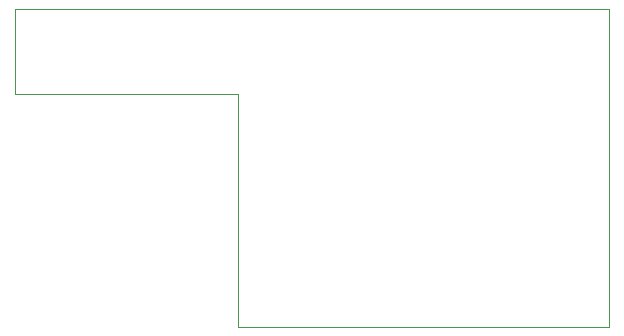
<source format=gbr>
%TF.GenerationSoftware,KiCad,Pcbnew,(6.0.5)*%
%TF.CreationDate,2022-07-15T11:56:51-06:00*%
%TF.ProjectId,25to25,3235746f-3235-42e6-9b69-6361645f7063,rev?*%
%TF.SameCoordinates,Original*%
%TF.FileFunction,Profile,NP*%
%FSLAX46Y46*%
G04 Gerber Fmt 4.6, Leading zero omitted, Abs format (unit mm)*
G04 Created by KiCad (PCBNEW (6.0.5)) date 2022-07-15 11:56:51*
%MOMM*%
%LPD*%
G01*
G04 APERTURE LIST*
%TA.AperFunction,Profile*%
%ADD10C,0.100000*%
%TD*%
G04 APERTURE END LIST*
D10*
X133600000Y-65700000D02*
X133600000Y-85500000D01*
X165000000Y-58500000D02*
X133200000Y-58500000D01*
X114750000Y-58500000D02*
X117000000Y-58500000D01*
X165000000Y-85500000D02*
X165000000Y-58500000D01*
X133600000Y-85500000D02*
X165000000Y-85500000D01*
X114750000Y-58500000D02*
X114750000Y-65700000D01*
X117000000Y-65700000D02*
X114750000Y-65700000D01*
X133200000Y-58500000D02*
X117000000Y-58500000D01*
X117000000Y-65700000D02*
X133600000Y-65700000D01*
M02*

</source>
